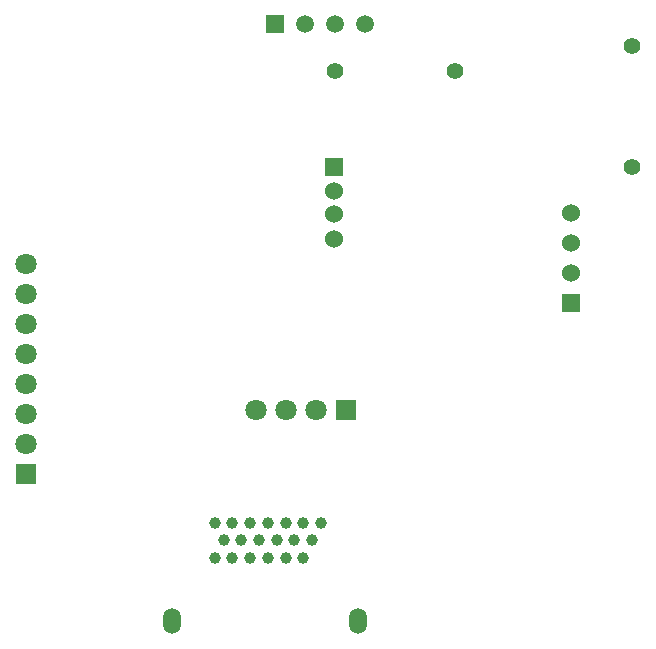
<source format=gtl>
G04 Layer: TopLayer*
G04 EasyEDA v6.5.23, 2023-06-19 12:13:42*
G04 e563b856323e489fb497cbcb29ae2dd2,10*
G04 Gerber Generator version 0.2*
G04 Scale: 100 percent, Rotated: No, Reflected: No *
G04 Dimensions in millimeters *
G04 leading zeros omitted , absolute positions ,4 integer and 5 decimal *
%FSLAX45Y45*%
%MOMM*%

%ADD10R,1.8000X1.8000*%
%ADD11C,1.8000*%
%ADD12C,1.5240*%
%ADD13R,1.5240X1.5240*%
%ADD14C,1.0000*%
%ADD15O,1.499997X2.1999956000000003*%
%ADD16C,1.4000*%
%ADD17R,1.5080X1.5080*%
%ADD18C,1.5080*%

%LPD*%
D10*
G01*
X711200Y1612900D03*
D11*
G01*
X711200Y1866900D03*
G01*
X711200Y2120900D03*
G01*
X711200Y2374900D03*
G01*
X711200Y2628900D03*
G01*
X711200Y2882900D03*
G01*
X711200Y3136900D03*
G01*
X711200Y3390900D03*
D10*
G01*
X3416300Y2159000D03*
D11*
G01*
X3162300Y2159000D03*
G01*
X2908300Y2159000D03*
G01*
X2654300Y2159000D03*
D12*
G01*
X3314700Y3606800D03*
G01*
X3314700Y3812539D03*
G01*
X3314700Y4010660D03*
D13*
G01*
X3314700Y4211320D03*
D14*
G01*
X3206495Y1202385D03*
G01*
X3131489Y1052372D03*
G01*
X3056509Y1202385D03*
G01*
X3056509Y902385D03*
G01*
X2981502Y1052372D03*
G01*
X2906496Y902385D03*
G01*
X2906496Y1202385D03*
G01*
X2831490Y1052372D03*
G01*
X2756509Y1202385D03*
G01*
X2756509Y902385D03*
G01*
X2681503Y1052372D03*
G01*
X2606497Y902385D03*
G01*
X2606497Y1202385D03*
G01*
X2531490Y1052372D03*
G01*
X2456484Y1202385D03*
G01*
X2456484Y902385D03*
G01*
X2381504Y1052372D03*
G01*
X2306497Y902385D03*
G01*
X2306497Y1202385D03*
D15*
G01*
X3516502Y372389D03*
G01*
X1944497Y372389D03*
D16*
G01*
X5842000Y4214393D03*
G01*
X5842000Y5234406D03*
G01*
X4345406Y5029200D03*
G01*
X3325393Y5029200D03*
D17*
G01*
X2818993Y5422087D03*
D18*
G01*
X3072993Y5422087D03*
G01*
X3326993Y5422087D03*
G01*
X3580993Y5422087D03*
D13*
G01*
X5321300Y3060700D03*
D12*
G01*
X5321300Y3314700D03*
G01*
X5321300Y3568700D03*
G01*
X5321300Y3822700D03*
M02*

</source>
